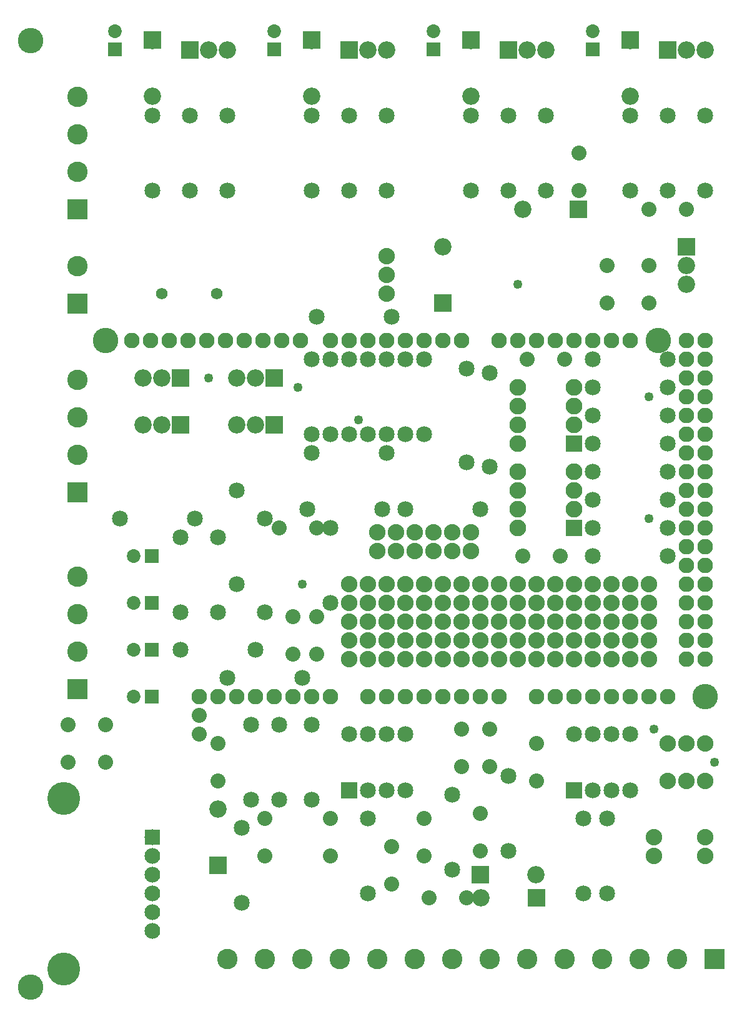
<source format=gbs>
G04 MADE WITH FRITZING*
G04 WWW.FRITZING.ORG*
G04 DOUBLE SIDED*
G04 HOLES PLATED*
G04 CONTOUR ON CENTER OF CONTOUR VECTOR*
%ASAXBY*%
%FSLAX23Y23*%
%MOIN*%
%OFA0B0*%
%SFA1.0B1.0*%
%ADD10C,0.084000*%
%ADD11C,0.175354*%
%ADD12C,0.080000*%
%ADD13C,0.085000*%
%ADD14C,0.049370*%
%ADD15C,0.092000*%
%ADD16C,0.088000*%
%ADD17C,0.135984*%
%ADD18C,0.082917*%
%ADD19C,0.061496*%
%ADD20C,0.089370*%
%ADD21C,0.072992*%
%ADD22C,0.109055*%
%ADD23R,0.084000X0.084000*%
%ADD24R,0.092000X0.092000*%
%ADD25R,0.085000X0.085000*%
%ADD26R,0.089370X0.089370*%
%ADD27R,0.072992X0.072992*%
%ADD28R,0.109055X0.109055*%
%LNMASK0*%
G90*
G70*
G54D10*
X843Y991D03*
X843Y891D03*
X843Y791D03*
X843Y691D03*
X843Y591D03*
X843Y491D03*
G54D11*
X371Y1196D03*
X371Y287D03*
G54D10*
X843Y991D03*
X843Y891D03*
X843Y791D03*
X843Y691D03*
X843Y591D03*
X843Y491D03*
G54D11*
X371Y1196D03*
X371Y287D03*
G54D12*
X2118Y941D03*
X2118Y741D03*
X2518Y666D03*
X2318Y666D03*
G54D13*
X1718Y3766D03*
X2118Y3766D03*
G54D14*
X1943Y3216D03*
X1143Y3441D03*
X1618Y3391D03*
X1643Y2341D03*
G54D15*
X2893Y666D03*
X2595Y666D03*
X2593Y791D03*
X2891Y791D03*
G54D13*
X1893Y1241D03*
X1893Y1541D03*
X1993Y1241D03*
X1993Y1541D03*
X2093Y1241D03*
X2093Y1541D03*
X2193Y1241D03*
X2193Y1541D03*
G54D16*
X2693Y2341D03*
X3093Y2341D03*
X2193Y2341D03*
X3393Y2341D03*
X2793Y2341D03*
X3193Y2341D03*
X2993Y2341D03*
X2493Y2341D03*
X1993Y2341D03*
X2293Y2341D03*
X3493Y2341D03*
X2593Y2341D03*
X3293Y2341D03*
X2393Y2341D03*
X2893Y2341D03*
X2093Y2341D03*
X2693Y2241D03*
X3093Y2241D03*
X2193Y2241D03*
X3393Y2241D03*
X2793Y2241D03*
X3193Y2241D03*
X2993Y2241D03*
X2493Y2241D03*
X1993Y2241D03*
X2293Y2241D03*
X3493Y2241D03*
X2593Y2241D03*
X3293Y2241D03*
X2393Y2241D03*
X2893Y2241D03*
X2093Y2241D03*
X2693Y2141D03*
X3093Y2141D03*
X2193Y2141D03*
X3393Y2141D03*
X2793Y2141D03*
X3193Y2141D03*
X2993Y2141D03*
X2493Y2141D03*
X1993Y2141D03*
X2293Y2141D03*
X3493Y2141D03*
X2593Y2141D03*
X3293Y2141D03*
X2393Y2141D03*
X2893Y2141D03*
X2093Y2141D03*
X1993Y2041D03*
X3193Y2041D03*
X2493Y2041D03*
X2793Y2041D03*
X3393Y2041D03*
X3293Y2041D03*
X2393Y2041D03*
X2193Y2041D03*
X2993Y2041D03*
X2693Y2041D03*
X2293Y2041D03*
X2093Y2041D03*
X3093Y2041D03*
X2893Y2041D03*
X2593Y2041D03*
X3493Y2041D03*
X1993Y1941D03*
X2093Y1941D03*
X2193Y1941D03*
X2293Y1941D03*
X2393Y1941D03*
X2493Y1941D03*
X2593Y1941D03*
X2693Y1941D03*
X2793Y1941D03*
X2893Y1941D03*
X2993Y1941D03*
X3093Y1941D03*
X3193Y1941D03*
X3293Y1941D03*
X3393Y1941D03*
X3493Y1941D03*
X1893Y1941D03*
X1893Y2041D03*
X1893Y2141D03*
X1893Y2241D03*
X1893Y2341D03*
X2543Y2616D03*
X2443Y2616D03*
X2343Y2616D03*
X2243Y2616D03*
X2143Y2616D03*
X2043Y2616D03*
X2543Y2616D03*
X2443Y2616D03*
X2343Y2616D03*
X2243Y2616D03*
X2143Y2616D03*
X2043Y2616D03*
X2043Y2516D03*
X2143Y2516D03*
X2243Y2516D03*
X2343Y2516D03*
X2443Y2516D03*
X2543Y2516D03*
G54D14*
X3493Y3341D03*
X3843Y1391D03*
X3518Y1566D03*
X3493Y2691D03*
X2793Y3941D03*
G54D17*
X3792Y1741D03*
X3542Y3641D03*
X592Y3641D03*
G54D15*
X992Y3441D03*
X892Y3441D03*
X792Y3441D03*
X1492Y3441D03*
X1392Y3441D03*
X1292Y3441D03*
X1492Y3191D03*
X1392Y3191D03*
X1292Y3191D03*
X992Y3191D03*
X892Y3191D03*
X792Y3191D03*
G54D12*
X1092Y1641D03*
X1092Y1541D03*
G54D13*
X1318Y641D03*
X1318Y1041D03*
G54D18*
X2992Y1741D03*
X1392Y1741D03*
X3092Y1741D03*
X3192Y1741D03*
X3292Y1741D03*
X3392Y1741D03*
X3692Y3141D03*
X3492Y1741D03*
X3592Y1741D03*
X1432Y3641D03*
X1992Y1741D03*
X2092Y1741D03*
X2192Y1741D03*
X2292Y1741D03*
X3692Y2341D03*
X2392Y1741D03*
X2492Y1741D03*
X2592Y1741D03*
X2692Y1741D03*
X2192Y3641D03*
X3692Y3541D03*
X3692Y2741D03*
X3692Y1941D03*
X1032Y3641D03*
X1792Y1741D03*
X1792Y3641D03*
X3692Y3341D03*
X3692Y2941D03*
X3692Y2541D03*
X3392Y3641D03*
X3692Y2141D03*
X3292Y3641D03*
X3192Y3641D03*
X3092Y3641D03*
X2992Y3641D03*
X2892Y3641D03*
X2792Y3641D03*
X2692Y3641D03*
X832Y3641D03*
X1232Y3641D03*
X1632Y3641D03*
X1192Y1741D03*
X1592Y1741D03*
X2392Y3641D03*
X1992Y3641D03*
X3692Y3641D03*
X3692Y3441D03*
X3692Y3241D03*
X3692Y3041D03*
X3692Y2841D03*
X3692Y2641D03*
X3692Y2441D03*
X3692Y2241D03*
X3692Y2041D03*
X732Y3641D03*
X932Y3641D03*
X1132Y3641D03*
X1332Y3641D03*
X1532Y3641D03*
X1092Y1741D03*
X1292Y1741D03*
X1492Y1741D03*
X1692Y1741D03*
X2492Y3641D03*
X2292Y3641D03*
X2092Y3641D03*
X1892Y3641D03*
X3792Y3641D03*
X3792Y3541D03*
X3792Y3441D03*
X3792Y3341D03*
X3792Y3241D03*
X3792Y3141D03*
X3792Y3041D03*
X3792Y2941D03*
X3792Y2841D03*
X3792Y2741D03*
X3792Y2641D03*
X3792Y2541D03*
X3792Y2441D03*
X3792Y2341D03*
X3792Y2241D03*
X3792Y2141D03*
X3792Y2041D03*
X3792Y1941D03*
X2892Y1741D03*
G54D15*
X2393Y3841D03*
X2393Y4139D03*
G54D13*
X1243Y1841D03*
X1643Y1841D03*
G54D17*
X192Y191D03*
X192Y5241D03*
G54D13*
X3092Y1241D03*
X3092Y1541D03*
X3192Y1241D03*
X3192Y1541D03*
X3292Y1241D03*
X3292Y1541D03*
X3392Y1241D03*
X3392Y1541D03*
G54D16*
X3592Y1291D03*
X3692Y1291D03*
X3792Y1291D03*
X3792Y1491D03*
X3692Y1491D03*
X3592Y1491D03*
X2093Y3891D03*
X2093Y3991D03*
X2093Y4091D03*
G54D13*
X3143Y1091D03*
X3143Y691D03*
X3268Y1091D03*
X3268Y691D03*
G54D16*
X3518Y991D03*
X3518Y891D03*
X3793Y991D03*
X3793Y891D03*
G54D13*
X3592Y2491D03*
X3192Y2491D03*
X2292Y3541D03*
X2292Y3141D03*
X1792Y3541D03*
X1792Y3141D03*
X3592Y3091D03*
X3192Y3091D03*
X3592Y2941D03*
X3192Y2941D03*
X2092Y3541D03*
X2092Y3141D03*
X2092Y3041D03*
X1692Y3041D03*
X3592Y3541D03*
X3192Y3541D03*
G54D15*
X3692Y4141D03*
X3692Y4041D03*
X3692Y3941D03*
G54D12*
X3693Y4341D03*
X3493Y4341D03*
X3492Y4041D03*
X3492Y3841D03*
X3118Y4641D03*
X3118Y4441D03*
X3268Y4041D03*
X3268Y3841D03*
G54D15*
X3116Y4341D03*
X2818Y4341D03*
G54D19*
X892Y3891D03*
X1187Y3891D03*
G54D20*
X3093Y2641D03*
X2793Y2641D03*
X3093Y2741D03*
X2793Y2741D03*
X3093Y2841D03*
X2793Y2841D03*
X3093Y2941D03*
X2793Y2941D03*
X3092Y3091D03*
X2792Y3091D03*
X3092Y3191D03*
X2792Y3191D03*
X3092Y3291D03*
X2792Y3291D03*
X3092Y3391D03*
X2792Y3391D03*
G54D13*
X3592Y2641D03*
X3192Y2641D03*
X2192Y3541D03*
X2192Y3141D03*
X1892Y3541D03*
X1892Y3141D03*
X3592Y3241D03*
X3192Y3241D03*
X3592Y2791D03*
X3192Y2791D03*
X1993Y3541D03*
X1993Y3141D03*
X1692Y3541D03*
X1692Y3141D03*
X3592Y3391D03*
X3192Y3391D03*
G54D12*
X3018Y2491D03*
X2818Y2491D03*
X3042Y3541D03*
X2842Y3541D03*
G54D13*
X1443Y2191D03*
X1443Y2691D03*
X2518Y2991D03*
X2518Y3491D03*
X1293Y2841D03*
X1293Y2341D03*
X2643Y3466D03*
X2643Y2966D03*
X1193Y2191D03*
X1193Y2591D03*
X668Y2691D03*
X1068Y2691D03*
X993Y1991D03*
X1393Y1991D03*
X993Y2191D03*
X993Y2591D03*
G54D21*
X841Y1991D03*
X742Y1991D03*
X841Y2491D03*
X742Y2491D03*
X841Y1741D03*
X742Y1741D03*
X841Y2241D03*
X742Y2241D03*
G54D13*
X2068Y2741D03*
X1668Y2741D03*
X1693Y1591D03*
X1693Y1191D03*
X1518Y1591D03*
X1518Y1191D03*
G54D12*
X2493Y1366D03*
X2493Y1566D03*
X1792Y1091D03*
X1792Y891D03*
X1192Y1291D03*
X1192Y1491D03*
X1442Y1091D03*
X1442Y891D03*
G54D13*
X1992Y691D03*
X1992Y1091D03*
X1368Y1191D03*
X1368Y1591D03*
G54D15*
X1193Y841D03*
X1193Y1139D03*
G54D22*
X443Y2830D03*
X443Y3030D03*
X443Y3230D03*
X443Y3430D03*
X3843Y341D03*
X3643Y341D03*
X3443Y341D03*
X3243Y341D03*
X3043Y341D03*
X2843Y341D03*
X2643Y341D03*
X2443Y341D03*
X2243Y341D03*
X2043Y341D03*
X1843Y341D03*
X1643Y341D03*
X1443Y341D03*
X1243Y341D03*
G54D12*
X2892Y1291D03*
X2892Y1491D03*
X1593Y1966D03*
X1593Y2166D03*
X2643Y1366D03*
X2643Y1566D03*
X392Y1591D03*
X392Y1391D03*
X593Y1591D03*
X593Y1391D03*
X2593Y1116D03*
X2593Y916D03*
X2292Y1091D03*
X2292Y891D03*
G54D13*
X2743Y916D03*
X2743Y1316D03*
X2443Y816D03*
X2443Y1216D03*
X2593Y2741D03*
X2193Y2741D03*
G54D12*
X1518Y2641D03*
X1718Y2641D03*
X1718Y1966D03*
X1718Y2166D03*
G54D13*
X1793Y2641D03*
X1793Y2241D03*
X842Y4441D03*
X842Y4841D03*
X2542Y4441D03*
X2542Y4841D03*
X1692Y4441D03*
X1692Y4841D03*
X3392Y4441D03*
X3392Y4841D03*
G54D21*
X642Y5193D03*
X642Y5291D03*
X2342Y5193D03*
X2342Y5291D03*
X1492Y5193D03*
X1492Y5291D03*
X3192Y5193D03*
X3192Y5291D03*
G54D15*
X842Y5241D03*
X842Y4943D03*
X2542Y5241D03*
X2542Y4943D03*
X1692Y5241D03*
X1692Y4943D03*
X3392Y5241D03*
X3392Y4943D03*
X1042Y5191D03*
X1142Y5191D03*
X1242Y5191D03*
X2742Y5191D03*
X2842Y5191D03*
X2942Y5191D03*
X1892Y5191D03*
X1992Y5191D03*
X2092Y5191D03*
X3592Y5191D03*
X3692Y5191D03*
X3792Y5191D03*
G54D13*
X1042Y4441D03*
X1042Y4841D03*
X2742Y4441D03*
X2742Y4841D03*
X1892Y4441D03*
X1892Y4841D03*
X3592Y4441D03*
X3592Y4841D03*
X1242Y4441D03*
X1242Y4841D03*
X2942Y4441D03*
X2942Y4841D03*
X2092Y4441D03*
X2092Y4841D03*
X3792Y4441D03*
X3792Y4841D03*
G54D22*
X442Y3837D03*
X442Y4037D03*
X442Y1780D03*
X442Y1980D03*
X442Y2180D03*
X442Y2380D03*
X442Y4340D03*
X442Y4540D03*
X442Y4740D03*
X442Y4940D03*
G54D23*
X843Y991D03*
X843Y991D03*
G54D24*
X2894Y666D03*
X2592Y791D03*
G54D25*
X1893Y1241D03*
G54D24*
X992Y3441D03*
X1492Y3441D03*
X1492Y3191D03*
X992Y3191D03*
X2393Y3840D03*
G54D25*
X3092Y1241D03*
G54D24*
X3692Y4141D03*
X3117Y4341D03*
G54D26*
X3093Y2641D03*
X3092Y3091D03*
G54D27*
X841Y1991D03*
X841Y2491D03*
X841Y1741D03*
X841Y2241D03*
G54D24*
X1193Y840D03*
G54D28*
X443Y2830D03*
X3843Y341D03*
G54D27*
X642Y5193D03*
X2342Y5193D03*
X1492Y5193D03*
X3192Y5193D03*
G54D24*
X842Y5242D03*
X2542Y5242D03*
X1692Y5242D03*
X3392Y5242D03*
X1042Y5191D03*
X2742Y5191D03*
X1892Y5191D03*
X3592Y5191D03*
G54D28*
X442Y3837D03*
X442Y1780D03*
X442Y4340D03*
G04 End of Mask0*
M02*
</source>
